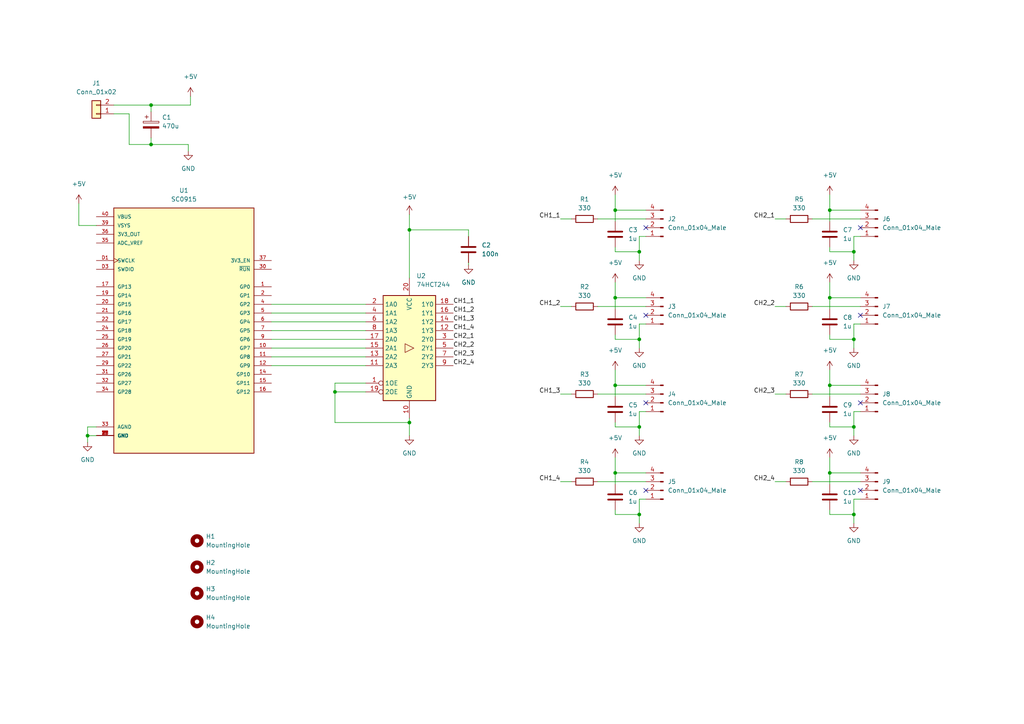
<source format=kicad_sch>
(kicad_sch (version 20211123) (generator eeschema)
  (paper "A4")
  (lib_symbols
    (symbol "74xx:74HCT244"
      (property "Reference" "U" (at -7.62 16.51 0))
      (property "Value" "74HCT244" (at -7.62 -16.51 0))
      (symbol "74HCT244_1_0"
        (polyline (pts (xy 1.27 0) (xy -1.27 1.27) (xy -1.27 -1.27) (xy 1.27 0)) (stroke (width 0.1524)))
        (pin input inverted (at -12.7 -10.16 0) (length 5.08) (name "1OE") (number "1"))
        (pin power_in line (at 0 -20.32 90) (length 5.08) (name "GND") (number "10"))
        (pin input line (at -12.7 -5.08 0) (length 5.08) (name "2A3") (number "11"))
        (pin tri_state line (at 12.7 5.08 180) (length 5.08) (name "1Y3") (number "12"))
        (pin input line (at -12.7 -2.54 0) (length 5.08) (name "2A2") (number "13"))
        (pin tri_state line (at 12.7 7.62 180) (length 5.08) (name "1Y2") (number "14"))
        (pin input line (at -12.7 0 0) (length 5.08) (name "2A1") (number "15"))
        (pin tri_state line (at 12.7 10.16 180) (length 5.08) (name "1Y1") (number "16"))
        (pin input line (at -12.7 2.54 0) (length 5.08) (name "2A0") (number "17"))
        (pin tri_state line (at 12.7 12.7 180) (length 5.08) (name "1Y0") (number "18"))
        (pin input inverted (at -12.7 -12.7 0) (length 5.08) (name "2OE") (number "19"))
        (pin input line (at -12.7 12.7 0) (length 5.08) (name "1A0") (number "2"))
        (pin power_in line (at 0 20.32 270) (length 5.08) (name "VCC") (number "20"))
        (pin tri_state line (at 12.7 2.54 180) (length 5.08) (name "2Y0") (number "3"))
        (pin input line (at -12.7 10.16 0) (length 5.08) (name "1A1") (number "4"))
        (pin tri_state line (at 12.7 0 180) (length 5.08) (name "2Y1") (number "5"))
        (pin input line (at -12.7 7.62 0) (length 5.08) (name "1A2") (number "6"))
        (pin tri_state line (at 12.7 -2.54 180) (length 5.08) (name "2Y2") (number "7"))
        (pin input line (at -12.7 5.08 0) (length 5.08) (name "1A3") (number "8"))
        (pin tri_state line (at 12.7 -5.08 180) (length 5.08) (name "2Y3") (number "9"))
      )
      (symbol "74HCT244_1_1"
        (rectangle (start -7.62 15.24) (end 7.62 -15.24) (stroke (width 0.254)) (fill (type background)))
      )
    )
    (symbol "Connector:Conn_01x04_Male" (pin_names (offset 1.016) hide)
      (property "Reference" "J" (at 0 5.08 0))
      (property "Value" "Conn_01x04_Male" (at 0 -7.62 0))
      (symbol "Conn_01x04_Male_1_1"
        (polyline (pts (xy 1.27 -5.08) (xy 0.8636 -5.08)) (stroke (width 0.1524)))
        (polyline (pts (xy 1.27 -2.54) (xy 0.8636 -2.54)) (stroke (width 0.1524)))
        (polyline (pts (xy 1.27 0) (xy 0.8636 0)) (stroke (width 0.1524)))
        (polyline (pts (xy 1.27 2.54) (xy 0.8636 2.54)) (stroke (width 0.1524)))
        (rectangle (start 0.8636 -4.953) (end 0 -5.207) (stroke (width 0.1524)) (fill (type outline)))
        (rectangle (start 0.8636 -2.413) (end 0 -2.667) (stroke (width 0.1524)) (fill (type outline)))
        (rectangle (start 0.8636 0.127) (end 0 -0.127) (stroke (width 0.1524)) (fill (type outline)))
        (rectangle (start 0.8636 2.667) (end 0 2.413) (stroke (width 0.1524)) (fill (type outline)))
        (pin passive line (at 5.08 2.54 180) (length 3.81) (name "Pin_1") (number "1"))
        (pin passive line (at 5.08 0 180) (length 3.81) (name "Pin_2") (number "2"))
        (pin passive line (at 5.08 -2.54 180) (length 3.81) (name "Pin_3") (number "3"))
        (pin passive line (at 5.08 -5.08 180) (length 3.81) (name "Pin_4") (number "4"))
      )
    )
    (symbol "Connector_Generic:Conn_01x02" (pin_names (offset 1.016) hide)
      (property "Reference" "J" (at 0 2.54 0))
      (property "Value" "Conn_01x02" (at 0 -5.08 0))
      (symbol "Conn_01x02_1_1"
        (rectangle (start -1.27 -2.413) (end 0 -2.667) (stroke (width 0.1524)))
        (rectangle (start -1.27 0.127) (end 0 -0.127) (stroke (width 0.1524)))
        (rectangle (start -1.27 1.27) (end 1.27 -3.81) (stroke (width 0.254)) (fill (type background)))
        (pin passive line (at -5.08 0 0) (length 3.81) (name "Pin_1") (number "1"))
        (pin passive line (at -5.08 -2.54 0) (length 3.81) (name "Pin_2") (number "2"))
      )
    )
    (symbol "Device:C" (pin_numbers hide) (pin_names (offset 0.254))
      (property "Reference" "C" (at 0.635 2.54 0))
      (property "Value" "C" (at 0.635 -2.54 0))
      (symbol "C_0_1"
        (polyline (pts (xy -2.032 -0.762) (xy 2.032 -0.762)) (stroke (width 0.508)))
        (polyline (pts (xy -2.032 0.762) (xy 2.032 0.762)) (stroke (width 0.508)))
      )
      (symbol "C_1_1"
        (pin passive line (at 0 3.81 270) (length 2.794) (name "~") (number "1"))
        (pin passive line (at 0 -3.81 90) (length 2.794) (name "~") (number "2"))
      )
    )
    (symbol "Device:C_Polarized" (pin_numbers hide) (pin_names (offset 0.254))
      (property "Reference" "C" (at 0.635 2.54 0))
      (property "Value" "C_Polarized" (at 0.635 -2.54 0))
      (symbol "C_Polarized_0_1"
        (rectangle (start -2.286 0.508) (end 2.286 1.016))
        (polyline (pts (xy -1.778 2.286) (xy -0.762 2.286)))
        (polyline (pts (xy -1.27 2.794) (xy -1.27 1.778)))
        (rectangle (start 2.286 -0.508) (end -2.286 -1.016) (fill (type outline)))
      )
      (symbol "C_Polarized_1_1"
        (pin passive line (at 0 3.81 270) (length 2.794) (name "~") (number "1"))
        (pin passive line (at 0 -3.81 90) (length 2.794) (name "~") (number "2"))
      )
    )
    (symbol "Device:R" (pin_numbers hide) (pin_names (offset 0))
      (property "Reference" "R" (at 2.032 0 90))
      (property "Value" "R" (at 0 0 90))
      (symbol "R_0_1"
        (rectangle (start -1.016 -2.54) (end 1.016 2.54) (stroke (width 0.254)))
      )
      (symbol "R_1_1"
        (pin passive line (at 0 3.81 270) (length 1.27) (name "~") (number "1"))
        (pin passive line (at 0 -3.81 90) (length 1.27) (name "~") (number "2"))
      )
    )
    (symbol "Mechanical:MountingHole" (pin_names (offset 1.016))
      (property "Reference" "H" (at 0 5.08 0))
      (property "Value" "MountingHole" (at 0 3.175 0))
      (symbol "MountingHole_0_1"
        (circle (center 0 0) (radius 1.27) (stroke (width 1.27)))
      )
    )
    (symbol "power:+5V" (power) (pin_names (offset 0))
      (property "Value" "+5V" (at 0 3.556 0))
      (symbol "+5V_0_1"
        (polyline (pts (xy -0.762 1.27) (xy 0 2.54)))
        (polyline (pts (xy 0 0) (xy 0 2.54)))
        (polyline (pts (xy 0 2.54) (xy 0.762 1.27)))
      )
      (symbol "+5V_1_1"
        (pin power_in line (at 0 0 90) (length 0) hide (name "+5V") (number "1"))
      )
    )
    (symbol "power:GND" (power) (pin_names (offset 0))
      (property "Value" "GND" (at 0 -3.81 0))
      (symbol "GND_0_1"
        (polyline (pts (xy 0 0) (xy 0 -1.27) (xy 1.27 -1.27) (xy 0 -2.54) (xy -1.27 -1.27) (xy 0 -1.27)))
      )
      (symbol "GND_1_1"
        (pin power_in line (at 0 0 270) (length 0) hide (name "GND") (number "1"))
      )
    )
    (symbol "srgb_pico:SC0915" (pin_names (offset 1.016))
      (property "Reference" "U" (at -20.32 44.069 0))
      (property "Value" "SC0915" (at -20.32 -30.48 0))
      (symbol "SC0915_0_0"
        (rectangle (start -20.32 43.18) (end 20.32 -27.94) (stroke (width 0.254)) (fill (type background)))
        (pin bidirectional line (at -25.4 20.32 0) (length 5.08) (name "GP0") (number "1"))
        (pin bidirectional line (at -25.4 2.54 0) (length 5.08) (name "GP7") (number "10"))
        (pin bidirectional line (at -25.4 0 0) (length 5.08) (name "GP8") (number "11"))
        (pin bidirectional line (at -25.4 -2.54 0) (length 5.08) (name "GP9") (number "12"))
        (pin power_in line (at 25.4 -22.86 180) (length 5.08) (name "GND") (number "13"))
        (pin bidirectional line (at -25.4 -5.08 0) (length 5.08) (name "GP10") (number "14"))
        (pin bidirectional line (at -25.4 -7.62 0) (length 5.08) (name "GP11") (number "15"))
        (pin bidirectional line (at -25.4 -10.16 0) (length 5.08) (name "GP12") (number "16"))
        (pin bidirectional line (at 25.4 20.32 180) (length 5.08) (name "GP13") (number "17"))
        (pin power_in line (at 25.4 -22.86 180) (length 5.08) (name "GND") (number "18"))
        (pin bidirectional line (at 25.4 17.78 180) (length 5.08) (name "GP14") (number "19"))
        (pin bidirectional line (at -25.4 17.78 0) (length 5.08) (name "GP1") (number "2"))
        (pin bidirectional line (at 25.4 15.24 180) (length 5.08) (name "GP15") (number "20"))
        (pin bidirectional line (at 25.4 12.7 180) (length 5.08) (name "GP16") (number "21"))
        (pin bidirectional line (at 25.4 10.16 180) (length 5.08) (name "GP17") (number "22"))
        (pin power_in line (at 25.4 -22.86 180) (length 5.08) (name "GND") (number "23"))
        (pin bidirectional line (at 25.4 7.62 180) (length 5.08) (name "GP18") (number "24"))
        (pin bidirectional line (at 25.4 5.08 180) (length 5.08) (name "GP19") (number "25"))
        (pin bidirectional line (at 25.4 2.54 180) (length 5.08) (name "GP20") (number "26"))
        (pin bidirectional line (at 25.4 0 180) (length 5.08) (name "GP21") (number "27"))
        (pin power_in line (at 25.4 -22.86 180) (length 5.08) (name "GND") (number "28"))
        (pin bidirectional line (at 25.4 -2.54 180) (length 5.08) (name "GP22") (number "29"))
        (pin power_in line (at 25.4 -22.86 180) (length 5.08) (name "GND") (number "3"))
        (pin input line (at -25.4 25.4 0) (length 5.08) (name "~{RUN}") (number "30"))
        (pin bidirectional line (at 25.4 -5.08 180) (length 5.08) (name "GP26") (number "31"))
        (pin bidirectional line (at 25.4 -7.62 180) (length 5.08) (name "GP27") (number "32"))
        (pin power_in line (at 25.4 -20.32 180) (length 5.08) (name "AGND") (number "33"))
        (pin bidirectional line (at 25.4 -10.16 180) (length 5.08) (name "GP28") (number "34"))
        (pin power_in line (at 25.4 33.02 180) (length 5.08) (name "ADC_VREF") (number "35"))
        (pin power_in line (at 25.4 35.56 180) (length 5.08) (name "3V3_OUT") (number "36"))
        (pin input line (at -25.4 27.94 0) (length 5.08) (name "3V3_EN") (number "37"))
        (pin power_in line (at 25.4 -22.86 180) (length 5.08) (name "GND") (number "38"))
        (pin power_in line (at 25.4 38.1 180) (length 5.08) (name "VSYS") (number "39"))
        (pin bidirectional line (at -25.4 15.24 0) (length 5.08) (name "GP2") (number "4"))
        (pin power_in line (at 25.4 40.64 180) (length 5.08) (name "VBUS") (number "40"))
        (pin bidirectional line (at -25.4 12.7 0) (length 5.08) (name "GP3") (number "5"))
        (pin bidirectional line (at -25.4 10.16 0) (length 5.08) (name "GP4") (number "6"))
        (pin bidirectional line (at -25.4 7.62 0) (length 5.08) (name "GP5") (number "7"))
        (pin power_in line (at 25.4 -22.86 180) (length 5.08) (name "GND") (number "8"))
        (pin bidirectional line (at -25.4 5.08 0) (length 5.08) (name "GP6") (number "9"))
        (pin input clock (at 25.4 27.94 180) (length 5.08) (name "SWCLK") (number "D1"))
        (pin power_in line (at 25.4 -22.86 180) (length 5.08) (name "GND") (number "D2"))
        (pin bidirectional line (at 25.4 25.4 180) (length 5.08) (name "SWDIO") (number "D3"))
      )
    )
  )
  (junction (at 43.815 30.48))
  (junction (at 247.65 123.825))
  (junction (at 185.42 98.425))
  (junction (at 178.435 86.36))
  (junction (at 43.815 41.91))
  (junction (at 240.665 86.36))
  (junction (at 185.42 73.025))
  (junction (at 25.4 126.365))
  (junction (at 240.665 60.96))
  (junction (at 118.745 66.675))
  (junction (at 247.65 98.425))
  (junction (at 240.665 111.76))
  (junction (at 118.745 122.555))
  (junction (at 185.42 149.225))
  (junction (at 178.435 60.96))
  (junction (at 178.435 111.76))
  (junction (at 185.42 123.825))
  (junction (at 178.435 137.16))
  (junction (at 247.65 73.025))
  (junction (at 97.155 113.665))
  (junction (at 240.665 137.16))
  (junction (at 247.65 149.225))
  (no_connect (at 249.555 116.84))
  (no_connect (at 187.325 116.84))
  (no_connect (at 187.325 66.04))
  (no_connect (at 249.555 66.04))
  (no_connect (at 249.555 142.24))
  (no_connect (at 187.325 91.44))
  (no_connect (at 249.555 91.44))
  (no_connect (at 187.325 142.24))
  (wire (pts (xy 249.555 111.76) (xy 240.665 111.76)))
  (wire (pts (xy 185.42 151.765) (xy 185.42 149.225)))
  (wire (pts (xy 78.74 90.805) (xy 106.045 90.805)))
  (wire (pts (xy 178.435 60.96) (xy 178.435 64.135)))
  (wire (pts (xy 185.42 144.78) (xy 187.325 144.78)))
  (wire (pts (xy 185.42 73.025) (xy 185.42 68.58)))
  (wire (pts (xy 185.42 98.425) (xy 185.42 93.98)))
  (wire (pts (xy 106.045 111.125) (xy 97.155 111.125)))
  (wire (pts (xy 240.665 86.36) (xy 240.665 89.535)))
  (wire (pts (xy 118.745 122.555) (xy 118.745 121.285)))
  (wire (pts (xy 187.325 60.96) (xy 178.435 60.96)))
  (wire (pts (xy 178.435 123.825) (xy 185.42 123.825)))
  (wire (pts (xy 240.665 122.555) (xy 240.665 123.825)))
  (wire (pts (xy 240.665 137.16) (xy 240.665 140.335)))
  (wire (pts (xy 97.155 111.125) (xy 97.155 113.665)))
  (wire (pts (xy 247.65 144.78) (xy 249.555 144.78)))
  (wire (pts (xy 37.465 41.91) (xy 43.815 41.91)))
  (wire (pts (xy 178.435 137.16) (xy 178.435 140.335)))
  (wire (pts (xy 55.245 30.48) (xy 43.815 30.48)))
  (wire (pts (xy 178.435 98.425) (xy 185.42 98.425)))
  (wire (pts (xy 54.61 41.91) (xy 54.61 43.815)))
  (wire (pts (xy 97.155 113.665) (xy 97.155 122.555)))
  (wire (pts (xy 247.65 151.765) (xy 247.65 149.225)))
  (wire (pts (xy 25.4 128.27) (xy 25.4 126.365)))
  (wire (pts (xy 178.435 97.155) (xy 178.435 98.425)))
  (wire (pts (xy 185.42 68.58) (xy 187.325 68.58)))
  (wire (pts (xy 235.585 88.9) (xy 249.555 88.9)))
  (wire (pts (xy 178.435 149.225) (xy 185.42 149.225)))
  (wire (pts (xy 43.815 30.48) (xy 43.815 32.385)))
  (wire (pts (xy 240.665 56.515) (xy 240.665 60.96)))
  (wire (pts (xy 173.355 63.5) (xy 187.325 63.5)))
  (wire (pts (xy 240.665 98.425) (xy 247.65 98.425)))
  (wire (pts (xy 118.745 122.555) (xy 118.745 126.365)))
  (wire (pts (xy 224.79 63.5) (xy 227.965 63.5)))
  (wire (pts (xy 78.74 98.425) (xy 106.045 98.425)))
  (wire (pts (xy 247.65 100.965) (xy 247.65 98.425)))
  (wire (pts (xy 185.42 149.225) (xy 185.42 144.78)))
  (wire (pts (xy 224.79 139.7) (xy 227.965 139.7)))
  (wire (pts (xy 43.815 40.005) (xy 43.815 41.91)))
  (wire (pts (xy 185.42 126.365) (xy 185.42 123.825)))
  (wire (pts (xy 247.65 98.425) (xy 247.65 93.98)))
  (wire (pts (xy 22.86 65.405) (xy 27.94 65.405)))
  (wire (pts (xy 162.56 63.5) (xy 165.735 63.5)))
  (wire (pts (xy 22.86 59.055) (xy 22.86 65.405)))
  (wire (pts (xy 249.555 60.96) (xy 240.665 60.96)))
  (wire (pts (xy 247.65 119.38) (xy 249.555 119.38)))
  (wire (pts (xy 178.435 73.025) (xy 185.42 73.025)))
  (wire (pts (xy 25.4 126.365) (xy 27.94 126.365)))
  (wire (pts (xy 33.02 30.48) (xy 43.815 30.48)))
  (wire (pts (xy 247.65 149.225) (xy 247.65 144.78)))
  (wire (pts (xy 247.65 126.365) (xy 247.65 123.825)))
  (wire (pts (xy 187.325 137.16) (xy 178.435 137.16)))
  (wire (pts (xy 135.89 68.58) (xy 135.89 66.675)))
  (wire (pts (xy 162.56 88.9) (xy 165.735 88.9)))
  (wire (pts (xy 178.435 122.555) (xy 178.435 123.825)))
  (wire (pts (xy 37.465 33.02) (xy 37.465 41.91)))
  (wire (pts (xy 118.745 66.675) (xy 118.745 80.645)))
  (wire (pts (xy 178.435 147.955) (xy 178.435 149.225)))
  (wire (pts (xy 78.74 93.345) (xy 106.045 93.345)))
  (wire (pts (xy 224.79 88.9) (xy 227.965 88.9)))
  (wire (pts (xy 55.245 27.94) (xy 55.245 30.48)))
  (wire (pts (xy 185.42 93.98) (xy 187.325 93.98)))
  (wire (pts (xy 240.665 97.155) (xy 240.665 98.425)))
  (wire (pts (xy 185.42 100.965) (xy 185.42 98.425)))
  (wire (pts (xy 247.65 68.58) (xy 249.555 68.58)))
  (wire (pts (xy 185.42 119.38) (xy 187.325 119.38)))
  (wire (pts (xy 78.74 88.265) (xy 106.045 88.265)))
  (wire (pts (xy 135.89 76.2) (xy 135.89 76.835)))
  (wire (pts (xy 249.555 86.36) (xy 240.665 86.36)))
  (wire (pts (xy 240.665 123.825) (xy 247.65 123.825)))
  (wire (pts (xy 247.65 123.825) (xy 247.65 119.38)))
  (wire (pts (xy 25.4 126.365) (xy 25.4 123.825)))
  (wire (pts (xy 118.745 66.675) (xy 135.89 66.675)))
  (wire (pts (xy 178.435 111.76) (xy 178.435 114.935)))
  (wire (pts (xy 240.665 149.225) (xy 247.65 149.225)))
  (wire (pts (xy 118.745 62.23) (xy 118.745 66.675)))
  (wire (pts (xy 97.155 122.555) (xy 118.745 122.555)))
  (wire (pts (xy 178.435 81.915) (xy 178.435 86.36)))
  (wire (pts (xy 247.65 75.565) (xy 247.65 73.025)))
  (wire (pts (xy 78.74 100.965) (xy 106.045 100.965)))
  (wire (pts (xy 240.665 73.025) (xy 247.65 73.025)))
  (wire (pts (xy 247.65 73.025) (xy 247.65 68.58)))
  (wire (pts (xy 240.665 71.755) (xy 240.665 73.025)))
  (wire (pts (xy 178.435 132.715) (xy 178.435 137.16)))
  (wire (pts (xy 240.665 111.76) (xy 240.665 114.935)))
  (wire (pts (xy 178.435 107.315) (xy 178.435 111.76)))
  (wire (pts (xy 178.435 71.755) (xy 178.435 73.025)))
  (wire (pts (xy 240.665 107.315) (xy 240.665 111.76)))
  (wire (pts (xy 224.79 114.3) (xy 227.965 114.3)))
  (wire (pts (xy 247.65 93.98) (xy 249.555 93.98)))
  (wire (pts (xy 173.355 114.3) (xy 187.325 114.3)))
  (wire (pts (xy 33.02 33.02) (xy 37.465 33.02)))
  (wire (pts (xy 178.435 86.36) (xy 178.435 89.535)))
  (wire (pts (xy 78.74 106.045) (xy 106.045 106.045)))
  (wire (pts (xy 185.42 123.825) (xy 185.42 119.38)))
  (wire (pts (xy 249.555 137.16) (xy 240.665 137.16)))
  (wire (pts (xy 78.74 103.505) (xy 106.045 103.505)))
  (wire (pts (xy 235.585 63.5) (xy 249.555 63.5)))
  (wire (pts (xy 187.325 111.76) (xy 178.435 111.76)))
  (wire (pts (xy 173.355 139.7) (xy 187.325 139.7)))
  (wire (pts (xy 187.325 86.36) (xy 178.435 86.36)))
  (wire (pts (xy 240.665 81.915) (xy 240.665 86.36)))
  (wire (pts (xy 25.4 123.825) (xy 27.94 123.825)))
  (wire (pts (xy 173.355 88.9) (xy 187.325 88.9)))
  (wire (pts (xy 185.42 75.565) (xy 185.42 73.025)))
  (wire (pts (xy 240.665 147.955) (xy 240.665 149.225)))
  (wire (pts (xy 178.435 56.515) (xy 178.435 60.96)))
  (wire (pts (xy 235.585 114.3) (xy 249.555 114.3)))
  (wire (pts (xy 162.56 139.7) (xy 165.735 139.7)))
  (wire (pts (xy 162.56 114.3) (xy 165.735 114.3)))
  (wire (pts (xy 43.815 41.91) (xy 54.61 41.91)))
  (wire (pts (xy 240.665 60.96) (xy 240.665 64.135)))
  (wire (pts (xy 78.74 95.885) (xy 106.045 95.885)))
  (wire (pts (xy 106.045 113.665) (xy 97.155 113.665)))
  (wire (pts (xy 240.665 132.715) (xy 240.665 137.16)))
  (wire (pts (xy 235.585 139.7) (xy 249.555 139.7)))
  (label "CH1_4" (at 131.445 95.885 0))
  (label "CH1_2" (at 131.445 90.805 0))
  (label "CH2_1" (at 131.445 98.425 0))
  (label "CH2_2" (at 131.445 100.965 0))
  (label "CH2_1" (at 224.79 63.5 180))
  (label "CH2_2" (at 224.79 88.9 180))
  (label "CH2_4" (at 131.445 106.045 0))
  (label "CH1_3" (at 162.56 114.3 180))
  (label "CH2_4" (at 224.79 139.7 180))
  (label "CH1_3" (at 131.445 93.345 0))
  (label "CH1_2" (at 162.56 88.9 180))
  (label "CH2_3" (at 131.445 103.505 0))
  (label "CH1_4" (at 162.56 139.7 180))
  (label "CH1_1" (at 131.445 88.265 0))
  (label "CH2_3" (at 224.79 114.3 180))
  (label "CH1_1" (at 162.56 63.5 180))
  (symbol (lib_id "srgb_pico:SC0915") (at 53.34 103.505 0) (mirror y) (unit 1)
    (property "Reference" "U1" (at 53.34 55.245 0))
    (property "Value" "SC0915" (at 53.34 57.785 0))
    (property "Footprint" "srgb_pico:MODULE_SC0915" (effects hide))
    (property "Datasheet" "https://datasheets.raspberrypi.com/pico/pico-datasheet.pdf" (effects hide))
    (property "digikey_part_num" "2648-SC0915CT-ND" (effects hide))
  )
  (symbol (lib_id "Mechanical:MountingHole") (at 57.15 180.34 0) (unit 1)
    (property "Reference" "H4" (at 59.69 179.0699 0) (effects (justify left)))
    (property "Value" "MountingHole" (at 59.69 181.6099 0) (effects (justify left)))
    (property "Footprint" "MountingHole:MountingHole_3.2mm_M3_DIN965" (effects hide))
  )
  (symbol (lib_id "Device:C") (at 240.665 144.145 0) (unit 1)
    (property "Reference" "C10" (at 244.475 142.8749 0) (effects (justify left)))
    (property "Value" "1u" (at 244.475 145.4149 0) (effects (justify left)))
    (property "Footprint" "Capacitor_SMD:C_0603_1608Metric" (effects hide))
    (property "digikey_part_num" "1276-1102-1-ND" (effects hide))
    (property "LCSC" "C15849" (effects hide))
    (property "JLC" "0603" (effects hide))
  )
  (symbol (lib_id "power:GND") (at 185.42 100.965 0) (unit 1)
    (property "Reference" "#PWR011" (effects hide))
    (property "Value" "GND" (at 185.42 106.045 0))
  )
  (symbol (lib_id "Device:C") (at 178.435 118.745 0) (unit 1)
    (property "Reference" "C5" (at 182.245 117.4749 0) (effects (justify left)))
    (property "Value" "1u" (at 182.245 120.0149 0) (effects (justify left)))
    (property "Footprint" "Capacitor_SMD:C_0603_1608Metric" (effects hide))
    (property "digikey_part_num" "1276-1102-1-ND" (effects hide))
    (property "LCSC" "C15849" (effects hide))
    (property "JLC" "0603" (effects hide))
  )
  (symbol (lib_id "Connector:Conn_01x04_Male") (at 192.405 66.04 180) (unit 1)
    (property "Reference" "J2" (at 193.675 63.4999 0) (effects (justify right)))
    (property "Value" "Conn_01x04_Male" (at 193.675 66.0399 0) (effects (justify right)))
    (property "Footprint" "srgb_pico:PinHeader_ARGB_1x04_P2.54mm_Horizontal" (effects hide))
    (property "digikey_part_num" "ED8564-04-ND" (effects hide))
  )
  (symbol (lib_id "Device:C") (at 240.665 93.345 0) (unit 1)
    (property "Reference" "C8" (at 244.475 92.0749 0) (effects (justify left)))
    (property "Value" "1u" (at 244.475 94.6149 0) (effects (justify left)))
    (property "Footprint" "Capacitor_SMD:C_0603_1608Metric" (effects hide))
    (property "digikey_part_num" "1276-1102-1-ND" (effects hide))
    (property "LCSC" "C15849" (effects hide))
    (property "JLC" "0603" (effects hide))
  )
  (symbol (lib_id "power:+5V") (at 178.435 107.315 0) (unit 1)
    (property "Reference" "#PWR08" (effects hide))
    (property "Value" "+5V" (at 178.435 101.6 0))
  )
  (symbol (lib_id "power:GND") (at 247.65 75.565 0) (unit 1)
    (property "Reference" "#PWR018" (effects hide))
    (property "Value" "GND" (at 247.65 80.645 0))
  )
  (symbol (lib_id "power:+5V") (at 240.665 56.515 0) (unit 1)
    (property "Reference" "#PWR014" (effects hide))
    (property "Value" "+5V" (at 240.665 50.8 0))
  )
  (symbol (lib_id "Device:C") (at 240.665 67.945 0) (unit 1)
    (property "Reference" "C7" (at 244.475 66.6749 0) (effects (justify left)))
    (property "Value" "1u" (at 244.475 69.2149 0) (effects (justify left)))
    (property "Footprint" "Capacitor_SMD:C_0603_1608Metric" (effects hide))
    (property "digikey_part_num" "1276-1102-1-ND" (effects hide))
    (property "LCSC" "C15849" (effects hide))
    (property "JLC" "0603" (effects hide))
  )
  (symbol (lib_id "power:GND") (at 135.89 76.835 0) (unit 1)
    (property "Reference" "#PWR05" (effects hide))
    (property "Value" "GND" (at 135.89 81.915 0))
  )
  (symbol (lib_id "power:GND") (at 185.42 126.365 0) (unit 1)
    (property "Reference" "#PWR012" (effects hide))
    (property "Value" "GND" (at 185.42 131.445 0))
  )
  (symbol (lib_id "Device:R") (at 169.545 63.5 90) (unit 1)
    (property "Reference" "R1" (at 169.545 57.785 90))
    (property "Value" "330" (at 169.545 60.325 90))
    (property "Footprint" "Resistor_SMD:R_0805_2012Metric" (effects hide))
    (property "digikey_part_num" "A130131CT-ND" (effects hide))
    (property "LCSC" "C17630" (effects hide))
    (property "JLC" "0805" (effects hide))
  )
  (symbol (lib_id "Device:R") (at 169.545 88.9 90) (unit 1)
    (property "Reference" "R2" (at 169.545 83.185 90))
    (property "Value" "330" (at 169.545 85.725 90))
    (property "Footprint" "Resistor_SMD:R_0805_2012Metric" (effects hide))
    (property "digikey_part_num" "A130131CT-ND" (effects hide))
    (property "LCSC" "C17630" (effects hide))
    (property "JLC" "0805" (effects hide))
  )
  (symbol (lib_id "Device:R") (at 231.775 114.3 90) (unit 1)
    (property "Reference" "R7" (at 231.775 108.585 90))
    (property "Value" "330" (at 231.775 111.125 90))
    (property "Footprint" "Resistor_SMD:R_0805_2012Metric" (effects hide))
    (property "digikey_part_num" "A130131CT-ND" (effects hide))
    (property "LCSC" "C17630" (effects hide))
    (property "JLC" "0805" (effects hide))
  )
  (symbol (lib_id "Connector:Conn_01x04_Male") (at 254.635 116.84 180) (unit 1)
    (property "Reference" "J8" (at 255.905 114.2999 0) (effects (justify right)))
    (property "Value" "Conn_01x04_Male" (at 255.905 116.8399 0) (effects (justify right)))
    (property "Footprint" "srgb_pico:PinHeader_ARGB_1x04_P2.54mm_Horizontal" (effects hide))
    (property "digikey_part_num" "ED8564-04-ND" (effects hide))
  )
  (symbol (lib_id "Connector:Conn_01x04_Male") (at 254.635 91.44 180) (unit 1)
    (property "Reference" "J7" (at 255.905 88.8999 0) (effects (justify right)))
    (property "Value" "Conn_01x04_Male" (at 255.905 91.4399 0) (effects (justify right)))
    (property "Footprint" "srgb_pico:PinHeader_ARGB_1x04_P2.54mm_Horizontal" (effects hide))
    (property "digikey_part_num" "ED8564-04-ND" (effects hide))
  )
  (symbol (lib_id "Device:R") (at 231.775 88.9 90) (unit 1)
    (property "Reference" "R6" (at 231.775 83.185 90))
    (property "Value" "330" (at 231.775 85.725 90))
    (property "Footprint" "Resistor_SMD:R_0805_2012Metric" (effects hide))
    (property "digikey_part_num" "A130131CT-ND" (effects hide))
    (property "LCSC" "C17630" (effects hide))
    (property "JLC" "0805" (effects hide))
  )
  (symbol (lib_id "Connector:Conn_01x04_Male") (at 254.635 66.04 180) (unit 1)
    (property "Reference" "J6" (at 255.905 63.4999 0) (effects (justify right)))
    (property "Value" "Conn_01x04_Male" (at 255.905 66.0399 0) (effects (justify right)))
    (property "Footprint" "srgb_pico:PinHeader_ARGB_1x04_P2.54mm_Horizontal" (effects hide))
    (property "digikey_part_num" "ED8564-04-ND" (effects hide))
  )
  (symbol (lib_id "power:GND") (at 118.745 126.365 0) (unit 1)
    (property "Reference" "#PWR04" (effects hide))
    (property "Value" "GND" (at 118.745 131.445 0))
  )
  (symbol (lib_id "power:GND") (at 247.65 126.365 0) (unit 1)
    (property "Reference" "#PWR020" (effects hide))
    (property "Value" "GND" (at 247.65 131.445 0))
  )
  (symbol (lib_id "power:+5V") (at 55.245 27.94 0) (unit 1)
    (property "Reference" "#PWR02" (effects hide))
    (property "Value" "+5V" (at 55.245 22.225 0))
  )
  (symbol (lib_id "Device:C") (at 178.435 93.345 0) (unit 1)
    (property "Reference" "C4" (at 182.245 92.0749 0) (effects (justify left)))
    (property "Value" "1u" (at 182.245 94.6149 0) (effects (justify left)))
    (property "Footprint" "Capacitor_SMD:C_0603_1608Metric" (effects hide))
    (property "digikey_part_num" "1276-1102-1-ND" (effects hide))
    (property "LCSC" "C15849" (effects hide))
    (property "JLC" "0603" (effects hide))
  )
  (symbol (lib_id "Device:C") (at 178.435 67.945 0) (unit 1)
    (property "Reference" "C3" (at 182.245 66.6749 0) (effects (justify left)))
    (property "Value" "1u" (at 182.245 69.2149 0) (effects (justify left)))
    (property "Footprint" "Capacitor_SMD:C_0603_1608Metric" (effects hide))
    (property "digikey_part_num" "1276-1102-1-ND" (effects hide))
    (property "LCSC" "C15849" (effects hide))
    (property "JLC" "0603" (effects hide))
  )
  (symbol (lib_id "74xx:74HCT244") (at 118.745 100.965 0) (unit 1)
    (property "Reference" "U2" (at 120.7644 80.01 0) (effects (justify left)))
    (property "Value" "74HCT244" (at 120.7644 82.55 0) (effects (justify left)))
    (property "Footprint" "Package_SO:SOIC-20W_7.5x12.8mm_P1.27mm" (effects hide))
    (property "Datasheet" "https://assets.nexperia.com/documents/data-sheet/74HC_HCT244.pdf" (effects hide))
    (property "digikey_part_num" "74HCT244DCT-ND" (effects hide))
    (property "LCSC" "C5978" (effects hide))
    (property "JLC" "SOIC-20_7.5x12.8x1.27P" (effects hide))
  )
  (symbol (lib_id "power:GND") (at 185.42 75.565 0) (unit 1)
    (property "Reference" "#PWR010" (effects hide))
    (property "Value" "GND" (at 185.42 80.645 0))
  )
  (symbol (lib_id "power:+5V") (at 240.665 107.315 0) (unit 1)
    (property "Reference" "#PWR016" (effects hide))
    (property "Value" "+5V" (at 240.665 101.6 0))
  )
  (symbol (lib_id "power:GND") (at 247.65 100.965 0) (unit 1)
    (property "Reference" "#PWR019" (effects hide))
    (property "Value" "GND" (at 247.65 106.045 0))
  )
  (symbol (lib_id "Mechanical:MountingHole") (at 57.15 172.085 0) (unit 1)
    (property "Reference" "H3" (at 59.69 170.8149 0) (effects (justify left)))
    (property "Value" "MountingHole" (at 59.69 173.3549 0) (effects (justify left)))
    (property "Footprint" "MountingHole:MountingHole_3.2mm_M3_DIN965" (effects hide))
  )
  (symbol (lib_id "Device:R") (at 231.775 63.5 90) (unit 1)
    (property "Reference" "R5" (at 231.775 57.785 90))
    (property "Value" "330" (at 231.775 60.325 90))
    (property "Footprint" "Resistor_SMD:R_0805_2012Metric" (effects hide))
    (property "digikey_part_num" "A130131CT-ND" (effects hide))
    (property "LCSC" "C17630" (effects hide))
    (property "JLC" "0805" (effects hide))
  )
  (symbol (lib_id "power:+5V") (at 178.435 81.915 0) (unit 1)
    (property "Reference" "#PWR07" (effects hide))
    (property "Value" "+5V" (at 178.435 76.2 0))
  )
  (symbol (lib_id "power:GND") (at 25.4 128.27 0) (unit 1)
    (property "Reference" "#PWR0102" (effects hide))
    (property "Value" "GND" (at 25.4 133.35 0))
  )
  (symbol (lib_id "Connector:Conn_01x04_Male") (at 192.405 116.84 180) (unit 1)
    (property "Reference" "J4" (at 193.675 114.2999 0) (effects (justify right)))
    (property "Value" "Conn_01x04_Male" (at 193.675 116.8399 0) (effects (justify right)))
    (property "Footprint" "srgb_pico:PinHeader_ARGB_1x04_P2.54mm_Horizontal" (effects hide))
    (property "digikey_part_num" "ED8564-04-ND" (effects hide))
  )
  (symbol (lib_id "Mechanical:MountingHole") (at 57.15 156.845 0) (unit 1)
    (property "Reference" "H1" (at 59.69 155.5749 0) (effects (justify left)))
    (property "Value" "MountingHole" (at 59.69 158.1149 0) (effects (justify left)))
    (property "Footprint" "MountingHole:MountingHole_3.2mm_M3_DIN965" (effects hide))
  )
  (symbol (lib_id "power:GND") (at 54.61 43.815 0) (unit 1)
    (property "Reference" "#PWR01" (effects hide))
    (property "Value" "GND" (at 54.61 48.895 0))
  )
  (symbol (lib_id "Device:R") (at 231.775 139.7 90) (unit 1)
    (property "Reference" "R8" (at 231.775 133.985 90))
    (property "Value" "330" (at 231.775 136.525 90))
    (property "Footprint" "Resistor_SMD:R_0805_2012Metric" (effects hide))
    (property "digikey_part_num" "A130131CT-ND" (effects hide))
    (property "LCSC" "C17630" (effects hide))
    (property "JLC" "0805" (effects hide))
  )
  (symbol (lib_id "Connector_Generic:Conn_01x02") (at 27.94 33.02 180) (unit 1)
    (property "Reference" "J1" (at 27.94 24.13 0))
    (property "Value" "Conn_01x02" (at 27.94 26.67 0))
    (property "Footprint" "srgb_pico:pwr_in" (effects hide))
  )
  (symbol (lib_id "Mechanical:MountingHole") (at 57.15 164.465 0) (unit 1)
    (property "Reference" "H2" (at 59.69 163.1949 0) (effects (justify left)))
    (property "Value" "MountingHole" (at 59.69 165.7349 0) (effects (justify left)))
    (property "Footprint" "MountingHole:MountingHole_3.2mm_M3_DIN965" (effects hide))
  )
  (symbol (lib_id "Device:R") (at 169.545 139.7 90) (unit 1)
    (property "Reference" "R4" (at 169.545 133.985 90))
    (property "Value" "330" (at 169.545 136.525 90))
    (property "Footprint" "Resistor_SMD:R_0805_2012Metric" (effects hide))
    (property "digikey_part_num" "A130131CT-ND" (effects hide))
    (property "LCSC" "C17630" (effects hide))
    (property "JLC" "0805" (effects hide))
  )
  (symbol (lib_id "Device:C_Polarized") (at 43.815 36.195 0) (unit 1)
    (property "Reference" "C1" (at 46.99 34.0359 0) (effects (justify left)))
    (property "Value" "470u" (at 46.99 36.5759 0) (effects (justify left)))
    (property "Footprint" "Capacitor_SMD:C_Elec_8x6.2" (effects hide))
    (property "digikey_part_num" "732-6451-1-ND" (effects hide))
    (property "LCSC" "C164069" (effects hide))
    (property "JLC" "SMD-ECAP-8x10" (effects hide))
  )
  (symbol (lib_id "Connector:Conn_01x04_Male") (at 192.405 142.24 180) (unit 1)
    (property "Reference" "J5" (at 193.675 139.6999 0) (effects (justify right)))
    (property "Value" "Conn_01x04_Male" (at 193.675 142.2399 0) (effects (justify right)))
    (property "Footprint" "srgb_pico:PinHeader_ARGB_1x04_P2.54mm_Horizontal" (effects hide))
    (property "digikey_part_num" "ED8564-04-ND" (effects hide))
  )
  (symbol (lib_id "power:+5V") (at 240.665 81.915 0) (unit 1)
    (property "Reference" "#PWR015" (effects hide))
    (property "Value" "+5V" (at 240.665 76.2 0))
  )
  (symbol (lib_id "Device:C") (at 178.435 144.145 0) (unit 1)
    (property "Reference" "C6" (at 182.245 142.8749 0) (effects (justify left)))
    (property "Value" "1u" (at 182.245 145.4149 0) (effects (justify left)))
    (property "Footprint" "Capacitor_SMD:C_0603_1608Metric" (effects hide))
    (property "digikey_part_num" "1276-1102-1-ND" (effects hide))
    (property "LCSC" "C15849" (effects hide))
    (property "JLC" "0603" (effects hide))
  )
  (symbol (lib_id "Connector:Conn_01x04_Male") (at 192.405 91.44 180) (unit 1)
    (property "Reference" "J3" (at 193.675 88.8999 0) (effects (justify right)))
    (property "Value" "Conn_01x04_Male" (at 193.675 91.4399 0) (effects (justify right)))
    (property "Footprint" "srgb_pico:PinHeader_ARGB_1x04_P2.54mm_Horizontal" (effects hide))
    (property "digikey_part_num" "ED8564-04-ND" (effects hide))
  )
  (symbol (lib_id "power:GND") (at 185.42 151.765 0) (unit 1)
    (property "Reference" "#PWR013" (effects hide))
    (property "Value" "GND" (at 185.42 156.845 0))
  )
  (symbol (lib_id "power:+5V") (at 240.665 132.715 0) (unit 1)
    (property "Reference" "#PWR017" (effects hide))
    (property "Value" "+5V" (at 240.665 127 0))
  )
  (symbol (lib_id "power:+5V") (at 178.435 56.515 0) (unit 1)
    (property "Reference" "#PWR06" (effects hide))
    (property "Value" "+5V" (at 178.435 50.8 0))
  )
  (symbol (lib_id "Connector:Conn_01x04_Male") (at 254.635 142.24 180) (unit 1)
    (property "Reference" "J9" (at 255.905 139.6999 0) (effects (justify right)))
    (property "Value" "Conn_01x04_Male" (at 255.905 142.2399 0) (effects (justify right)))
    (property "Footprint" "srgb_pico:PinHeader_ARGB_1x04_P2.54mm_Horizontal" (effects hide))
    (property "digikey_part_num" "ED8564-04-ND" (effects hide))
  )
  (symbol (lib_id "power:+5V") (at 22.86 59.055 0) (unit 1)
    (property "Reference" "#PWR0101" (effects hide))
    (property "Value" "+5V" (at 22.86 53.34 0))
  )
  (symbol (lib_id "power:+5V") (at 178.435 132.715 0) (unit 1)
    (property "Reference" "#PWR09" (effects hide))
    (property "Value" "+5V" (at 178.435 127 0))
  )
  (symbol (lib_id "Device:C") (at 240.665 118.745 0) (unit 1)
    (property "Reference" "C9" (at 244.475 117.4749 0) (effects (justify left)))
    (property "Value" "1u" (at 244.475 120.0149 0) (effects (justify left)))
    (property "Footprint" "Capacitor_SMD:C_0603_1608Metric" (effects hide))
    (property "digikey_part_num" "1276-1102-1-ND" (effects hide))
    (property "LCSC" "C15849" (effects hide))
    (property "JLC" "0603" (effects hide))
  )
  (symbol (lib_id "power:GND") (at 247.65 151.765 0) (unit 1)
    (property "Reference" "#PWR021" (effects hide))
    (property "Value" "GND" (at 247.65 156.845 0))
  )
  (symbol (lib_id "Device:R") (at 169.545 114.3 90) (unit 1)
    (property "Reference" "R3" (at 169.545 108.585 90))
    (property "Value" "330" (at 169.545 111.125 90))
    (property "Footprint" "Resistor_SMD:R_0805_2012Metric" (effects hide))
    (property "digikey_part_num" "A130131CT-ND" (effects hide))
    (property "LCSC" "C17630" (effects hide))
    (property "JLC" "0805" (effects hide))
  )
  (symbol (lib_id "Device:C") (at 135.89 72.39 180) (unit 1)
    (property "Reference" "C2" (at 139.7 71.1199 0) (effects (justify right)))
    (property "Value" "100n" (at 139.7 73.6599 0) (effects (justify right)))
    (property "Footprint" "Capacitor_SMD:C_0603_1608Metric" (effects hide))
    (property "digikey_part_num" "1276-1935-1-ND" (effects hide))
    (property "LCSC" "C14663" (effects hide))
    (property "JLC" "0603" (effects hide))
  )
  (symbol (lib_id "power:+5V") (at 118.745 62.23 0) (unit 1)
    (property "Reference" "#PWR03" (effects hide))
    (property "Value" "+5V" (at 118.745 57.15 0))
  )
)
</source>
